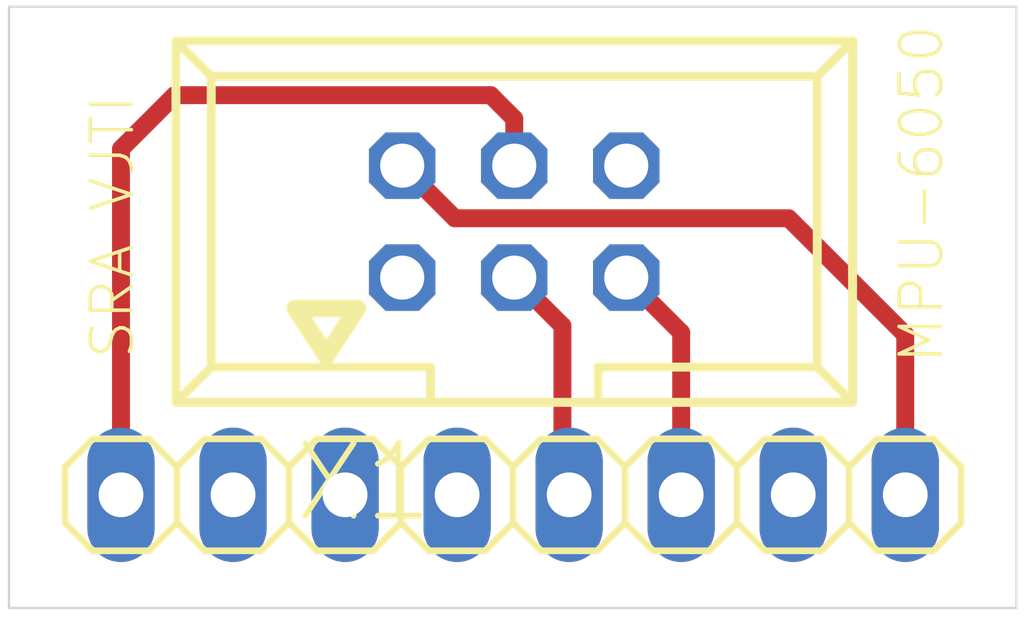
<source format=kicad_pcb>
(kicad_pcb (version 20210824) (generator pcbnew)
  (layers (0 "F.Cu" signal) (31 "B.Cu" signal) (34 "B.Paste" user) (35 "F.Paste" user) (36 "B.SilkS" user "B.Silkscreen") (37 "F.SilkS" user "F.Silkscreen") (38 "B.Mask" user) (39 "F.Mask" user) (44 "Edge.Cuts" user))
  (net 0 "")
  (net 1 "5V")
  (net 2 "GND")
  (net 3 "SCL")
  (net 4 "SDA")
  (net 5 "INT")
  (footprint "MPU_2020:1X08" (layer "F.Cu") (at 148.5111 109.2582)
    (fp_text reference "JP1" hide)
    (fp_text value "")
    (fp_line (start -3.175 1.27) (end -4.445 1.27) (layer "F.SilkS") (width 0.1524))
    (fp_line (start 8.255 -1.27) (end 9.525 -1.27) (layer "F.SilkS") (width 0.1524))
    (fp_line (start 7.62 0.635) (end 8.255 1.27) (layer "F.SilkS") (width 0.1524))
    (fp_line (start -2.54 0.635) (end -3.175 1.27) (layer "F.SilkS") (width 0.1524))
    (fp_line (start 0 0.635) (end -0.635 1.27) (layer "F.SilkS") (width 0.1524))
    (fp_line (start -4.445 1.27) (end -5.08 0.635) (layer "F.SilkS") (width 0.1524))
    (fp_line (start -7.62 -0.635) (end -6.985 -1.27) (layer "F.SilkS") (width 0.1524))
    (fp_line (start 2.54 -0.635) (end 2.54 0.635) (layer "F.SilkS") (width 0.1524))
    (fp_line (start 4.445 1.27) (end 3.175 1.27) (layer "F.SilkS") (width 0.1524))
    (fp_line (start -6.985 -1.27) (end -5.715 -1.27) (layer "F.SilkS") (width 0.1524))
    (fp_line (start -9.525 -1.27) (end -10.16 -0.635) (layer "F.SilkS") (width 0.1524))
    (fp_line (start 0.635 1.27) (end 0 0.635) (layer "F.SilkS") (width 0.1524))
    (fp_line (start -4.445 -1.27) (end -3.175 -1.27) (layer "F.SilkS") (width 0.1524))
    (fp_line (start 7.62 0.635) (end 6.985 1.27) (layer "F.SilkS") (width 0.1524))
    (fp_line (start -6.985 1.27) (end -7.62 0.635) (layer "F.SilkS") (width 0.1524))
    (fp_line (start 3.175 1.27) (end 2.54 0.635) (layer "F.SilkS") (width 0.1524))
    (fp_line (start -7.62 -0.635) (end -7.62 0.635) (layer "F.SilkS") (width 0.1524))
    (fp_line (start 9.525 -1.27) (end 10.16 -0.635) (layer "F.SilkS") (width 0.1524))
    (fp_line (start 9.525 1.27) (end 8.255 1.27) (layer "F.SilkS") (width 0.1524))
    (fp_line (start -8.255 -1.27) (end -7.62 -0.635) (layer "F.SilkS") (width 0.1524))
    (fp_line (start 1.905 -1.27) (end 2.54 -0.635) (layer "F.SilkS") (width 0.1524))
    (fp_line (start 10.16 -0.635) (end 10.16 0.635) (layer "F.SilkS") (width 0.1524))
    (fp_line (start -5.715 1.27) (end -6.985 1.27) (layer "F.SilkS") (width 0.1524))
    (fp_line (start -8.255 1.27) (end -9.525 1.27) (layer "F.SilkS") (width 0.1524))
    (fp_line (start 5.715 -1.27) (end 6.985 -1.27) (layer "F.SilkS") (width 0.1524))
    (fp_line (start 3.175 -1.27) (end 4.445 -1.27) (layer "F.SilkS") (width 0.1524))
    (fp_line (start -2.54 0.635) (end -1.905 1.27) (layer "F.SilkS") (width 0.1524))
    (fp_line (start -9.525 -1.27) (end -8.255 -1.27) (layer "F.SilkS") (width 0.1524))
    (fp_line (start -1.905 -1.27) (end -2.54 -0.635) (layer "F.SilkS") (width 0.1524))
    (fp_line (start -10.16 -0.635) (end -10.16 0.635) (layer "F.SilkS") (width 0.1524))
    (fp_line (start 5.08 0.635) (end 5.715 1.27) (layer "F.SilkS") (width 0.1524))
    (fp_line (start -5.08 -0.635) (end -4.445 -1.27) (layer "F.SilkS") (width 0.1524))
    (fp_line (start -7.62 0.635) (end -8.255 1.27) (layer "F.SilkS") (width 0.1524))
    (fp_line (start 5.08 0.635) (end 4.445 1.27) (layer "F.SilkS") (width 0.1524))
    (fp_line (start -0.635 1.27) (end -1.905 1.27) (layer "F.SilkS") (width 0.1524))
    (fp_line (start 0 -0.635) (end 0.635 -1.27) (layer "F.SilkS") (width 0.1524))
    (fp_line (start -2.54 -0.635) (end -2.54 0.635) (layer "F.SilkS") (width 0.1524))
    (fp_line (start 10.16 0.635) (end 9.525 1.27) (layer "F.SilkS") (width 0.1524))
    (fp_line (start 1.905 1.27) (end 0.635 1.27) (layer "F.SilkS") (width 0.1524))
    (fp_line (start 0 -0.635) (end 0 0.635) (layer "F.SilkS") (width 0.1524))
    (fp_line (start -5.08 -0.635) (end -5.08 0.635) (layer "F.SilkS") (width 0.1524))
    (fp_line (start 8.255 -1.27) (end 7.62 -0.635) (layer "F.SilkS") (width 0.1524))
    (fp_line (start 4.445 -1.27) (end 5.08 -0.635) (layer "F.SilkS") (width 0.1524))
    (fp_line (start 2.54 0.635) (end 1.905 1.27) (layer "F.SilkS") (width 0.1524))
    (fp_line (start 6.985 1.27) (end 5.715 1.27) (layer "F.SilkS") (width 0.1524))
    (fp_line (start 0.635 -1.27) (end 1.905 -1.27) (layer "F.SilkS") (width 0.1524))
    (fp_line (start -10.16 0.635) (end -9.525 1.27) (layer "F.SilkS") (width 0.1524))
    (fp_line (start -1.905 -1.27) (end -0.635 -1.27) (layer "F.SilkS") (width 0.1524))
    (fp_line (start -3.175 -1.27) (end -2.54 -0.635) (layer "F.SilkS") (width 0.1524))
    (fp_line (start -0.635 -1.27) (end 0 -0.635) (layer "F.SilkS") (width 0.1524))
    (fp_line (start 6.985 -1.27) (end 7.62 -0.635) (layer "F.SilkS") (width 0.1524))
    (fp_line (start -5.715 -1.27) (end -5.08 -0.635) (layer "F.SilkS") (width 0.1524))
    (fp_line (start 7.62 -0.635) (end 7.62 0.635) (layer "F.SilkS") (width 0.1524))
    (fp_line (start 2.54 -0.635) (end 3.175 -1.27) (layer "F.SilkS") (width 0.1524))
    (fp_line (start 5.08 -0.635) (end 5.08 0.635) (layer "F.SilkS") (width 0.1524))
    (fp_line (start 5.715 -1.27) (end 5.08 -0.635) (layer "F.SilkS") (width 0.1524))
    (fp_line (start -5.08 0.635) (end -5.715 1.27) (layer "F.SilkS") (width 0.1524))
    (pad "1" thru_hole oval (at -8.89 0 90) (size 3.048 1.524) (drill 1.016) (layers *.Cu *.Mask) (net 5 "INT"))
    (pad "2" thru_hole oval (at -6.35 0 90) (size 3.048 1.524) (drill 1.016) (layers *.Cu *.Mask) (net 2 "GND"))
    (pad "3" thru_hole oval (at -3.81 0 90) (size 3.048 1.524) (drill 1.016) (layers *.Cu *.Mask))
    (pad "4" thru_hole oval (at -1.27 0 90) (size 3.048 1.524) (drill 1.016) (layers *.Cu *.Mask))
    (pad "5" thru_hole oval (at 1.27 0 90) (size 3.048 1.524) (drill 1.016) (layers *.Cu *.Mask) (net 4 "SDA"))
    (pad "6" thru_hole oval (at 3.81 0 90) (size 3.048 1.524) (drill 1.016) (layers *.Cu *.Mask) (net 3 "SCL"))
    (pad "7" thru_hole oval (at 6.35 0 90) (size 3.048 1.524) (drill 1.016) (layers *.Cu *.Mask) (net 2 "GND"))
    (pad "8" thru_hole oval (at 8.89 0 90) (size 3.048 1.524) (drill 1.016) (layers *.Cu *.Mask) (net 1 "5V"))
  )
  (footprint "MPU_2020:057-006-1" (layer "F.Cu") (at 148.5365 103.0606)
    (fp_text reference "X1" (at -5.06 6.88) (layer "F.SilkS") (effects (font (size 1.647139 1.647139) (thickness 0.130861)) (justify left bottom)))
    (fp_text value "057-006-1" hide)
    (fp_line (start 6.87 3.3) (end 7.67 4.1) (layer "F.SilkS") (width 0.2032))
    (fp_line (start -1.9 3.3) (end -6.87 3.3) (layer "F.SilkS") (width 0.2032))
    (fp_line (start 6.87 3.3) (end 1.9 3.3) (layer "F.SilkS") (width 0.2032))
    (fp_line (start -1.9 3.32) (end -1.9 4.03) (layer "F.SilkS") (width 0.2032))
    (fp_line (start -7.67 4.1) (end 7.67 4.1) (layer "F.SilkS") (width 0.2032))
    (fp_line (start -6.87 -3.3) (end 6.87 -3.3) (layer "F.SilkS") (width 0.2032))
    (fp_line (start 7.67 4.1) (end 7.67 -4.1) (layer "F.SilkS") (width 0.2032))
    (fp_line (start -7.67 -4.1) (end -6.87 -3.3) (layer "F.SilkS") (width 0.2032))
    (fp_line (start -4.96 1.97) (end -4.26 3.04) (layer "F.SilkS") (width 0.4064))
    (fp_line (start -6.87 3.3) (end -6.87 -3.3) (layer "F.SilkS") (width 0.2032))
    (fp_line (start 7.67 -4.1) (end -7.67 -4.1) (layer "F.SilkS") (width 0.2032))
    (fp_line (start -4.26 3.04) (end -3.56 1.97) (layer "F.SilkS") (width 0.4064))
    (fp_line (start 1.9 3.32) (end 1.9 4.03) (layer "F.SilkS") (width 0.2032))
    (fp_line (start -3.56 1.97) (end -4.96 1.97) (layer "F.SilkS") (width 0.4064))
    (fp_line (start 7.67 -4.1) (end 6.87 -3.3) (layer "F.SilkS") (width 0.2032))
    (fp_line (start -7.67 4.1) (end -7.67 -4.1) (layer "F.SilkS") (width 0.2032))
    (fp_line (start 6.87 -3.3) (end 6.87 3.3) (layer "F.SilkS") (width 0.2032))
    (fp_line (start -7.67 4.1) (end -6.87 3.3) (layer "F.SilkS") (width 0.2032))
    (pad "1" thru_hole roundrect (at -2.54 1.27) (size 1.508 1.508) (drill 1) (layers *.Cu *.Mask) (chamfer_ratio 0.25) (chamfer top_left top_right bottom_left bottom_right) (net 2 "GND"))
    (pad "2" thru_hole roundrect (at -2.54 -1.27) (size 1.508 1.508) (drill 1) (layers *.Cu *.Mask) (chamfer_ratio 0.25) (chamfer top_left top_right bottom_left bottom_right) (net 1 "5V"))
    (pad "3" thru_hole roundrect (at 0 1.27) (size 1.508 1.508) (drill 1) (layers *.Cu *.Mask) (chamfer_ratio 0.25) (chamfer top_left top_right bottom_left bottom_right) (net 4 "SDA"))
    (pad "4" thru_hole roundrect (at 0 -1.27) (size 1.508 1.508) (drill 1) (layers *.Cu *.Mask) (chamfer_ratio 0.25) (chamfer top_left top_right bottom_left bottom_right) (net 5 "INT"))
    (pad "5" thru_hole roundrect (at 2.54 1.27) (size 1.508 1.508) (drill 1) (layers *.Cu *.Mask) (chamfer_ratio 0.25) (chamfer top_left top_right bottom_left bottom_right) (net 3 "SCL"))
    (pad "6" thru_hole roundrect (at 2.54 -1.27) (size 1.508 1.508) (drill 1) (layers *.Cu *.Mask) (chamfer_ratio 0.25) (chamfer top_left top_right bottom_left bottom_right) (net 2 "GND"))
  )
  (gr_line (start 159.9211 98.1836) (end 137.0811 98.1836) (layer "Edge.Cuts") (width 0.05))
  (gr_line (start 159.9211 111.8236) (end 159.9211 98.1836) (layer "Edge.Cuts") (width 0.05))
  (gr_line (start 137.0811 98.1836) (end 137.0811 111.8236) (layer "Edge.Cuts") (width 0.05))
  (gr_line (start 137.0811 111.8236) (end 159.9211 111.8236) (layer "Edge.Cuts") (width 0.05))
  (gr_text "SRA VJTI" (at 139.9767 106.2356 90) (layer "F.SilkS") (effects (font (size 0.93472 0.93472) (thickness 0.08128)) (justify left bottom)))
  (gr_text "MPU-6050" (at 158.3155 106.3372 90) (layer "F.SilkS") (effects (font (size 0.93472 0.93472) (thickness 0.08128)) (justify left bottom)))
  (segment (start 147.1903 102.9844) (end 154.7595 102.9844) (width 0.4064) (layer "F.Cu") (net 1))
  (segment (start 154.7595 102.9844) (end 157.4011 105.626) (width 0.4064) (layer "F.Cu") (net 1))
  (segment (start 157.4011 105.626) (end 157.4011 109.2582) (width 0.4064) (layer "F.Cu") (net 1))
  (segment (start 145.9965 101.7906) (end 147.1903 102.9844) (width 0.4064) (layer "F.Cu") (net 1))
  (segment (start 152.3211 109.2582) (end 152.3211 105.5752) (width 0.4064) (layer "F.Cu") (net 3))
  (segment (start 152.3211 105.5752) (end 151.0765 104.3306) (width 0.4064) (layer "F.Cu") (net 3))
  (segment (start 149.6541 109.1312) (end 149.7811 109.2582) (width 0.1524) (layer "F.Cu") (net 4))
  (segment (start 149.6287 109.1058) (end 149.7811 109.2582) (width 0.4064) (layer "F.Cu") (net 4))
  (segment (start 148.5365 104.3306) (end 149.6287 105.4228) (width 0.4064) (layer "F.Cu") (net 4))
  (segment (start 149.6287 105.4228) (end 149.6287 109.1058) (width 0.4064) (layer "F.Cu") (net 4))
  (segment (start 148.5365 100.7238) (end 148.5365 101.7906) (width 0.4064) (layer "F.Cu") (net 5))
  (segment (start 139.6211 101.4096) (end 140.8403 100.1904) (width 0.4064) (layer "F.Cu") (net 5))
  (segment (start 148.0031 100.1904) (end 148.5365 100.7238) (width 0.4064) (layer "F.Cu") (net 5))
  (segment (start 140.8403 100.1904) (end 148.0031 100.1904) (width 0.4064) (layer "F.Cu") (net 5))
  (segment (start 139.6211 109.2582) (end 139.6211 101.4096) (width 0.4064) (layer "F.Cu") (net 5))
)
</source>
